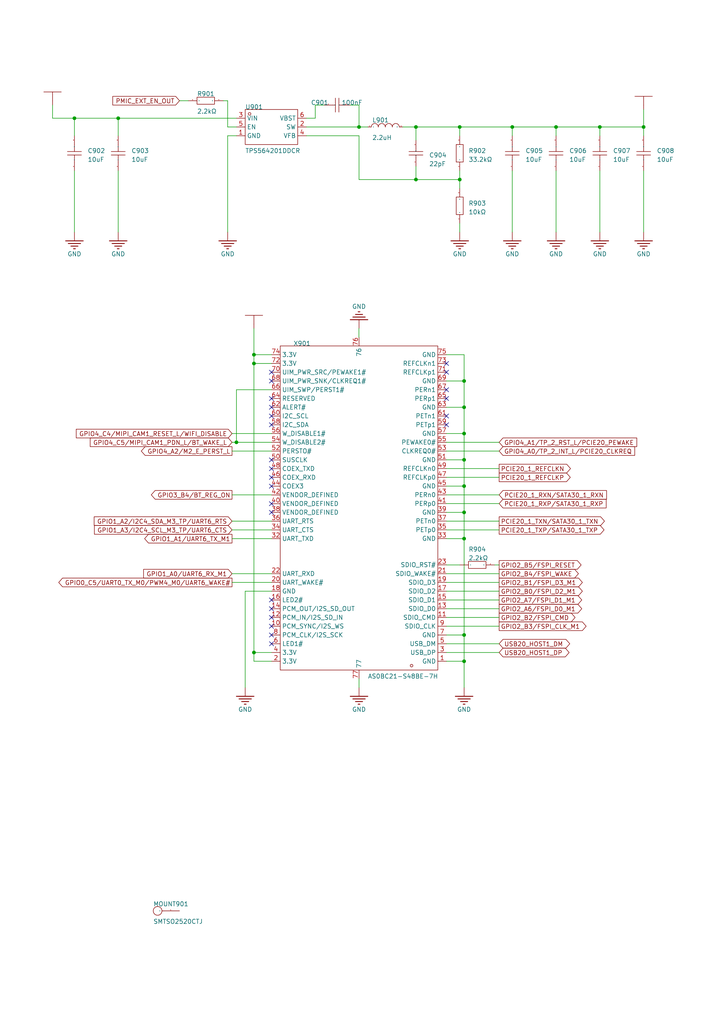
<source format=kicad_sch>
(kicad_sch (version 20250114) (generator "eeschema") (generator_version "9.0")
  (paper "A4" portrait)
  (lib_symbols
    (symbol "mainboard:0402B104K250NT"
      (property "Reference" "C" (at 0 0 0))
      (symbol "0402B104K250NT_1_0"
        (polyline (pts (xy -1.27 0) (xy -0.508 0)))
        (polyline (pts (xy -0.508 2.032) (xy -0.508 -2.032)))
        (polyline (pts (xy 0.508 2.032) (xy 0.508 -2.032)))
        (polyline (pts (xy 0.508 0) (xy 1.27 0)))
        (pin input line (at -3.81 0 0) (length 2.54) (name "1") (number "1"))
        (pin input line (at 3.81 0 180) (length 2.54) (name "2") (number "2"))
      )
    )
    (symbol "mainboard:0402CG220J500NT"
      (property "Reference" "C" (at 0 0 0))
      (symbol "0402CG220J500NT_1_0"
        (polyline (pts (xy -1.27 0) (xy -0.508 0)))
        (polyline (pts (xy -0.508 2.032) (xy -0.508 -2.032)))
        (polyline (pts (xy 0.508 2.032) (xy 0.508 -2.032)))
        (polyline (pts (xy 0.508 0) (xy 1.27 0)))
        (pin input line (at -3.81 0 0) (length 2.54) (name "1") (number "1"))
        (pin input line (at 3.81 0 180) (length 2.54) (name "2") (number "2"))
      )
    )
    (symbol "mainboard:0402WGF3322TCE"
      (property "Reference" "R" (at 0 0 0))
      (symbol "0402WGF3322TCE_1_0"
        (rectangle (start -2.54 -1.016) (end 2.54 1.016))
        (pin input line (at -5.08 0 0) (length 2.54) (name "1") (number "1"))
        (pin input line (at 5.08 0 180) (length 2.54) (name "2") (number "2"))
      )
    )
    (symbol "mainboard:AS0BC21-S48BE-7H"
      (symbol "AS0BC21-S48BE-7H_1_0"
        (rectangle (start -22.86 48.26) (end 22.86 -45.72))
        (circle (center 15.24 -44.45) (radius 0.381))
        (pin unspecified line (at -25.4 45.72 0) (length 2.54) (name "3.3V") (number "74"))
        (pin unspecified line (at -25.4 43.18 0) (length 2.54) (name "3.3V") (number "72"))
        (pin unspecified line (at -25.4 40.64 0) (length 2.54) (name "UIM_PWR_SRC/PEWAKE1#") (number "70"))
        (pin unspecified line (at -25.4 38.1 0) (length 2.54) (name "UIM_PWR_SNK/CLKREQ1#") (number "68"))
        (pin unspecified line (at -25.4 35.56 0) (length 2.54) (name "UIM_SWP/PERST1#") (number "66"))
        (pin unspecified line (at -25.4 33.02 0) (length 2.54) (name "RESERVED") (number "64"))
        (pin unspecified line (at -25.4 30.48 0) (length 2.54) (name "ALERT#") (number "62"))
        (pin unspecified line (at -25.4 27.94 0) (length 2.54) (name "I2C_SCL") (number "60"))
        (pin unspecified line (at -25.4 25.4 0) (length 2.54) (name "I2C_SDA") (number "58"))
        (pin unspecified line (at -25.4 22.86 0) (length 2.54) (name "W_DISABLE1#") (number "56"))
        (pin unspecified line (at -25.4 20.32 0) (length 2.54) (name "W_DISABLE2#") (number "54"))
        (pin unspecified line (at -25.4 17.78 0) (length 2.54) (name "PERSTO#") (number "52"))
        (pin unspecified line (at -25.4 15.2146 0) (length 2.54) (name "SUSCLK") (number "50"))
        (pin unspecified line (at -25.4 12.6746 0) (length 2.54) (name "COEX_TXD") (number "48"))
        (pin unspecified line (at -25.4 10.1346 0) (length 2.54) (name "COEX_RXD") (number "46"))
        (pin unspecified line (at -25.4 7.5946 0) (length 2.54) (name "COEX3") (number "44"))
        (pin unspecified line (at -25.4 5.0546 0) (length 2.54) (name "VENDOR_DEFINED") (number "42"))
        (pin unspecified line (at -25.4 2.5146 0) (length 2.54) (name "VENDOR_DEFINED") (number "40"))
        (pin unspecified line (at -25.4 0 0) (length 2.54) (name "VENDOR_DEFINED") (number "38"))
        (pin unspecified line (at -25.4 -2.54 0) (length 2.54) (name "UART_RTS") (number "36"))
        (pin unspecified line (at -25.4 -5.08 0) (length 2.54) (name "UART_CTS") (number "34"))
        (pin unspecified line (at -25.4 -7.62 0) (length 2.54) (name "UART_TXD") (number "32"))
        (pin unspecified line (at -25.4 -17.78 0) (length 2.54) (name "UART_RXD") (number "22"))
        (pin unspecified line (at -25.4 -20.32 0) (length 2.54) (name "UART_WAKE#") (number "20"))
        (pin unspecified line (at -25.4 -22.86 0) (length 2.54) (name "GND") (number "18"))
        (pin unspecified line (at -25.4 -25.4 0) (length 2.54) (name "LED2#") (number "16"))
        (pin unspecified line (at -25.4 -27.94 0) (length 2.54) (name "PCM_OUT/I2S_SD_OUT") (number "14"))
        (pin unspecified line (at -25.4 -30.48 0) (length 2.54) (name "PCM_IN/I2S_SD_IN") (number "12"))
        (pin unspecified line (at -25.4 -33.02 0) (length 2.54) (name "PCM_SYNC/I2S_WS") (number "10"))
        (pin unspecified line (at -25.4 -35.56 0) (length 2.54) (name "PCM_CLK/I2S_SCK") (number "8"))
        (pin unspecified line (at -25.3746 -38.1 0) (length 2.54) (name "LED1#") (number "6"))
        (pin unspecified line (at -25.3746 -40.64 0) (length 2.54) (name "3.3V") (number "4"))
        (pin unspecified line (at -25.3746 -43.18 0) (length 2.54) (name "3.3V") (number "2"))
        (pin unspecified line (at 0 50.8 270) (length 2.54) (name "76") (number "76"))
        (pin unspecified line (at 0 -48.26 90) (length 2.54) (name "77") (number "77"))
        (pin unspecified line (at 25.3746 45.72 180) (length 2.54) (name "GND") (number "75"))
        (pin unspecified line (at 25.3746 43.18 180) (length 2.54) (name "REFCLKn1") (number "73"))
        (pin unspecified line (at 25.3746 40.64 180) (length 2.54) (name "REFCLKp1") (number "71"))
        (pin unspecified line (at 25.3746 38.1 180) (length 2.54) (name "GND") (number "69"))
        (pin unspecified line (at 25.3746 35.56 180) (length 2.54) (name "PERn1") (number "67"))
        (pin unspecified line (at 25.3746 33.02 180) (length 2.54) (name "PERp1") (number "65"))
        (pin unspecified line (at 25.3746 30.48 180) (length 2.54) (name "GND") (number "63"))
        (pin unspecified line (at 25.3746 27.94 180) (length 2.54) (name "PETn1") (number "61"))
        (pin unspecified line (at 25.3746 25.4 180) (length 2.54) (name "PETp1") (number "59"))
        (pin unspecified line (at 25.3746 22.86 180) (length 2.54) (name "GND") (number "57"))
        (pin unspecified line (at 25.3746 20.32 180) (length 2.54) (name "PEWAKE0#") (number "55"))
        (pin unspecified line (at 25.3746 17.78 180) (length 2.54) (name "CLKREQ0#") (number "53"))
        (pin unspecified line (at 25.3746 15.24 180) (length 2.54) (name "GND") (number "51"))
        (pin unspecified line (at 25.3746 12.7 180) (length 2.54) (name "REFCLKn0") (number "49"))
        (pin unspecified line (at 25.3746 10.16 180) (length 2.54) (name "REFCLKp0") (number "47"))
        (pin unspecified line (at 25.3746 7.62 180) (length 2.54) (name "GND") (number "45"))
        (pin unspecified line (at 25.3746 5.08 180) (length 2.54) (name "PERn0") (number "43"))
        (pin unspecified line (at 25.3746 2.54 180) (length 2.54) (name "PERp0") (number "41"))
        (pin unspecified line (at 25.3746 0 180) (length 2.54) (name "GND") (number "39"))
        (pin unspecified line (at 25.3746 -2.5146 180) (length 2.54) (name "PETn0") (number "37"))
        (pin unspecified line (at 25.3746 -5.0546 180) (length 2.54) (name "PETp0") (number "35"))
        (pin unspecified line (at 25.3746 -7.5946 180) (length 2.54) (name "GND") (number "33"))
        (pin unspecified line (at 25.3746 -15.2146 180) (length 2.54) (name "SDIO_RST#") (number "23"))
        (pin unspecified line (at 25.3746 -17.78 180) (length 2.54) (name "SDIO_WAKE#") (number "21"))
        (pin unspecified line (at 25.3746 -20.32 180) (length 2.54) (name "SDIO_D3") (number "19"))
        (pin unspecified line (at 25.3746 -22.86 180) (length 2.54) (name "SDIO_D2") (number "17"))
        (pin unspecified line (at 25.3746 -25.4 180) (length 2.54) (name "SDIO_D1") (number "15"))
        (pin unspecified line (at 25.3746 -27.94 180) (length 2.54) (name "SDIO_D0") (number "13"))
        (pin unspecified line (at 25.3746 -30.48 180) (length 2.54) (name "SDIO_CMD") (number "11"))
        (pin unspecified line (at 25.3746 -33.02 180) (length 2.54) (name "SDIO_CLK") (number "9"))
        (pin unspecified line (at 25.3746 -35.56 180) (length 2.54) (name "GND") (number "7"))
        (pin unspecified line (at 25.4 -38.1 180) (length 2.54) (name "USB_DM") (number "5"))
        (pin unspecified line (at 25.4 -40.64 180) (length 2.54) (name "USB_DP") (number "3"))
        (pin unspecified line (at 25.4 -43.18 180) (length 2.54) (name "GND") (number "1"))
      )
    )
    (symbol "mainboard:CL10A106MA8NRNC"
      (property "Reference" "C" (at 0 0 0))
      (symbol "CL10A106MA8NRNC_1_0"
        (polyline (pts (xy -0.508 0) (xy -2.54 0)))
        (polyline (pts (xy -0.508 -2.032) (xy -0.508 2.032)))
        (polyline (pts (xy 0.508 2.032) (xy 0.508 -2.032)))
        (polyline (pts (xy 2.54 0) (xy 0.508 0)))
        (pin input line (at -5.08 0 0) (length 2.54) (name "1") (number "1"))
        (pin input line (at 5.08 0 180) (length 2.54) (name "2") (number "2"))
      )
    )
    (symbol "mainboard:FTC322512S2R2MBCD"
      (property "Reference" "L" (at 0 0 0))
      (symbol "FTC322512S2R2MBCD_1_0"
        (arc (start -4.064 0) (mid -3.0226 1.016) (end -2.032 0))
        (arc (start -2.032 0) (mid -0.9906 1.016) (end 0 0))
        (arc (start 0 0) (mid 1.016 1.016) (end 2.032 0))
        (arc (start 2.032 0) (mid 3.048 1.016) (end 4.064 0))
        (pin unspecified line (at -5.08 0 0) (length 1.016) (name "1") (number "1"))
        (pin unspecified line (at 5.08 0 180) (length 1.016) (name "2") (number "2"))
      )
    )
    (symbol "mainboard:Ground-GND" (power) (pin_numbers (hide yes)) (pin_names (hide yes))
      (property "Value" "GND" (at 0 -6.35 0))
      (symbol "Ground-GND_1_0"
        (polyline (pts (xy -2.54 -2.54) (xy 2.54 -2.54)) (stroke (width 0.254)))
        (polyline (pts (xy -1.778 -3.302) (xy 1.778 -3.302)) (stroke (width 0.254)))
        (polyline (pts (xy -1.016 -4.064) (xy 1.016 -4.064)) (stroke (width 0.254)))
        (polyline (pts (xy -0.254 -4.826) (xy 0.254 -4.826)) (stroke (width 0.254)))
        (pin power_in line (at 0 0 270) (length 2.54) (name "") (number "1"))
      )
    )
    (symbol "mainboard:Power-5V" (power) (pin_numbers (hide yes)) (pin_names (hide yes))
      (symbol "Power-5V_1_0"
        (polyline (pts (xy -2.54 3.81) (xy 2.54 3.81)))
        (polyline (pts (xy 0 3.81) (xy 0 1.27)))
        (pin power_in line (at 0 0 90) (length 1.27) (name "+3.3V_WIFI") (number "1"))
      )
    )
    (symbol "mainboard:RC0402FR-0710KL"
      (property "Reference" "R" (at 0 0 0))
      (symbol "RC0402FR-0710KL_1_0"
        (rectangle (start -2.54 -1.016) (end 2.54 1.016))
        (pin input line (at -5.08 0 0) (length 2.54) (name "1") (number "1"))
        (pin input line (at 5.08 0 180) (length 2.54) (name "2") (number "2"))
      )
    )
    (symbol "mainboard:RC0402FR-072K2L"
      (property "Reference" "R" (at 0 0 0))
      (symbol "RC0402FR-072K2L_1_0"
        (rectangle (start -2.54 -1.016) (end 2.54 1.016))
        (pin input line (at -5.08 0 0) (length 2.54) (name "1") (number "1"))
        (pin input line (at 5.08 0 180) (length 2.54) (name "2") (number "2"))
      )
    )
    (symbol "mainboard:SMTSO2520CTJ"
      (property "Reference" "U" (at 0 0 0))
      (symbol "SMTSO2520CTJ_1_0"
        (circle (center 0 0) (radius 1.27))
        (pin input line (at 6.35 0 180) (length 5.08) (name "1") (number "1"))
      )
    )
    (symbol "mainboard:TPS564201DDCR"
      (symbol "TPS564201DDCR_1_0"
        (rectangle (start -7.62 -5.08) (end 7.62 5.08))
        (circle (center -6.35 3.81) (radius 0.381))
        (pin unspecified line (at -10.16 2.54 0) (length 2.54) (name "VIN") (number "3"))
        (pin unspecified line (at -10.16 0 0) (length 2.54) (name "EN") (number "5"))
        (pin unspecified line (at -10.16 -2.54 0) (length 2.54) (name "GND") (number "1"))
        (pin unspecified line (at 10.16 2.54 180) (length 2.54) (name "VBST") (number "6"))
        (pin unspecified line (at 10.16 0 180) (length 2.54) (name "SW") (number "2"))
        (pin unspecified line (at 10.16 -2.54 180) (length 2.54) (name "VFB") (number "4"))
      )
    )
  )
  (junction (at 134.62 156.21))
  (junction (at 134.62 118.11))
  (junction (at 133.35 52.07))
  (junction (at 73.66 102.87))
  (junction (at 134.62 184.15))
  (junction (at 173.99 36.83))
  (junction (at 134.62 148.59))
  (junction (at 120.65 52.07))
  (junction (at 104.14 36.83))
  (junction (at 133.35 36.83))
  (junction (at 186.69 36.83))
  (junction (at 148.59 36.83))
  (junction (at 134.62 125.73))
  (junction (at 21.59 34.29))
  (junction (at 134.62 191.77))
  (junction (at 134.62 133.35))
  (junction (at 134.62 110.49))
  (junction (at 120.65 36.83))
  (junction (at 73.66 189.23))
  (junction (at 73.66 105.41))
  (junction (at 68.58 128.27))
  (junction (at 161.29 36.83))
  (junction (at 34.29 34.29))
  (junction (at 134.62 140.97))
  (no_connect (at 78.74 110.49))
  (no_connect (at 78.74 115.57))
  (no_connect (at 78.74 107.95))
  (no_connect (at 129.5146 120.65))
  (no_connect (at 78.74 176.53))
  (no_connect (at 78.74 140.9954))
  (no_connect (at 129.5146 115.57))
  (no_connect (at 78.74 146.0754))
  (no_connect (at 78.74 173.99))
  (no_connect (at 78.74 120.65))
  (no_connect (at 129.5146 113.03))
  (no_connect (at 78.74 138.4554))
  (no_connect (at 78.74 118.11))
  (no_connect (at 78.74 179.07))
  (no_connect (at 78.74 181.61))
  (no_connect (at 129.5146 107.95))
  (no_connect (at 78.74 148.59))
  (no_connect (at 78.74 135.9154))
  (no_connect (at 78.74 123.19))
  (no_connect (at 129.5146 105.41))
  (no_connect (at 78.74 184.15))
  (no_connect (at 78.7654 186.69))
  (no_connect (at 129.5146 123.19))
  (no_connect (at 78.74 133.3754))
  (wire (pts (xy 144.78 179.07) (xy 129.54 179.07)))
  (wire (pts (xy 148.59 36.83) (xy 133.35 36.83)))
  (wire (pts (xy 66.04 29.21) (xy 66.04 36.83)))
  (wire (pts (xy 144.78 173.99) (xy 129.54 173.99)))
  (wire (pts (xy 134.62 140.97) (xy 129.5146 140.97)))
  (wire (pts (xy 67.31 130.81) (xy 78.7146 130.81)))
  (wire (pts (xy 67.31 156.21) (xy 78.74 156.21)))
  (wire (pts (xy 104.14 196.85) (xy 104.14 199.39)))
  (wire (pts (xy 134.62 191.77) (xy 134.62 184.15)))
  (wire (pts (xy 144.78 176.53) (xy 129.54 176.53)))
  (wire (pts (xy 78.7146 128.27) (xy 68.58 128.27)))
  (wire (pts (xy 148.59 67.31) (xy 148.59 49.53)))
  (wire (pts (xy 73.66 189.23) (xy 73.66 191.77)))
  (wire (pts (xy 186.69 36.83) (xy 186.69 39.37)))
  (wire (pts (xy 134.62 125.73) (xy 134.62 118.11)))
  (wire (pts (xy 73.66 102.87) (xy 73.66 105.41)))
  (wire (pts (xy 67.31 151.13) (xy 78.74 151.13)))
  (wire (pts (xy 173.99 36.83) (xy 186.69 36.83)))
  (wire (pts (xy 78.7146 105.41) (xy 73.66 105.41)))
  (wire (pts (xy 67.31 153.67) (xy 78.74 153.67)))
  (wire (pts (xy 161.29 36.83) (xy 161.29 39.37)))
  (wire (pts (xy 67.31 125.73) (xy 78.74 125.73)))
  (wire (pts (xy 144.78 163.83) (xy 143.51 163.83)))
  (wire (pts (xy 68.58 128.27) (xy 68.58 113.03)))
  (wire (pts (xy 34.29 34.29) (xy 34.29 39.37)))
  (wire (pts (xy 67.31 168.91) (xy 78.74 168.91)))
  (wire (pts (xy 144.78 151.13) (xy 129.54 151.13)))
  (wire (pts (xy 148.59 36.83) (xy 148.59 39.37)))
  (wire (pts (xy 134.62 184.15) (xy 134.62 156.21)))
  (wire (pts (xy 133.35 36.83) (xy 133.35 39.37)))
  (wire (pts (xy 67.31 166.37) (xy 78.74 166.37)))
  (wire (pts (xy 21.59 34.29) (xy 15.24 34.29)))
  (wire (pts (xy 144.78 130.81) (xy 129.5146 130.81)))
  (wire (pts (xy 88.9 36.83) (xy 104.14 36.83)))
  (wire (pts (xy 144.78 171.45) (xy 129.54 171.45)))
  (wire (pts (xy 144.78 143.51) (xy 129.5146 143.51)))
  (wire (pts (xy 68.58 39.37) (xy 66.04 39.37)))
  (wire (pts (xy 120.65 52.07) (xy 104.14 52.07)))
  (wire (pts (xy 66.04 29.21) (xy 64.77 29.21)))
  (wire (pts (xy 144.78 166.37) (xy 129.54 166.37)))
  (wire (pts (xy 134.62 156.21) (xy 134.62 148.59)))
  (wire (pts (xy 67.31 143.51) (xy 78.7146 143.51)))
  (wire (pts (xy 91.44 34.29) (xy 88.9 34.29)))
  (wire (pts (xy 120.65 36.83) (xy 120.65 40.64)))
  (wire (pts (xy 144.78 186.69) (xy 129.54 186.69)))
  (wire (pts (xy 134.62 102.87) (xy 129.54 102.87)))
  (wire (pts (xy 21.59 34.29) (xy 21.59 39.37)))
  (wire (pts (xy 91.44 30.48) (xy 91.44 34.29)))
  (wire (pts (xy 134.62 148.59) (xy 134.62 140.97)))
  (wire (pts (xy 34.29 34.29) (xy 21.59 34.29)))
  (wire (pts (xy 133.35 52.07) (xy 133.35 49.53)))
  (wire (pts (xy 133.35 52.07) (xy 133.35 54.61)))
  (wire (pts (xy 34.29 67.31) (xy 34.29 49.53)))
  (wire (pts (xy 73.66 95.25) (xy 73.66 102.87)))
  (wire (pts (xy 161.29 67.31) (xy 161.29 49.53)))
  (wire (pts (xy 134.62 199.39) (xy 134.62 191.77)))
  (wire (pts (xy 161.29 36.83) (xy 148.59 36.83)))
  (wire (pts (xy 133.35 67.31) (xy 133.35 64.77)))
  (wire (pts (xy 144.78 135.89) (xy 129.5146 135.89)))
  (wire (pts (xy 134.62 140.97) (xy 134.62 133.35)))
  (wire (pts (xy 133.35 36.83) (xy 120.65 36.83)))
  (wire (pts (xy 78.7146 113.03) (xy 68.58 113.03)))
  (wire (pts (xy 21.59 67.31) (xy 21.59 49.53)))
  (wire (pts (xy 134.62 184.15) (xy 129.54 184.15)))
  (wire (pts (xy 134.62 133.35) (xy 129.5146 133.35)))
  (wire (pts (xy 144.78 189.23) (xy 129.54 189.23)))
  (wire (pts (xy 73.66 102.87) (xy 78.7146 102.87)))
  (wire (pts (xy 101.6 30.48) (xy 104.14 30.48)))
  (wire (pts (xy 78.74 189.23) (xy 73.66 189.23)))
  (wire (pts (xy 134.62 148.59) (xy 129.54 148.59)))
  (wire (pts (xy 134.62 118.11) (xy 129.5146 118.11)))
  (wire (pts (xy 73.66 105.41) (xy 73.66 189.23)))
  (wire (pts (xy 15.24 30.48) (xy 15.24 34.29)))
  (wire (pts (xy 52.07 29.21) (xy 54.61 29.21)))
  (wire (pts (xy 173.99 67.31) (xy 173.99 49.53)))
  (wire (pts (xy 134.62 133.35) (xy 134.62 125.73)))
  (wire (pts (xy 78.74 191.77) (xy 73.66 191.77)))
  (wire (pts (xy 67.31 128.27) (xy 68.58 128.27)))
  (wire (pts (xy 88.9 39.37) (xy 104.14 39.37)))
  (wire (pts (xy 120.65 52.07) (xy 133.35 52.07)))
  (wire (pts (xy 144.78 138.43) (xy 129.5146 138.43)))
  (wire (pts (xy 68.58 36.83) (xy 66.04 36.83)))
  (wire (pts (xy 186.69 67.31) (xy 186.69 49.53)))
  (wire (pts (xy 173.99 36.83) (xy 161.29 36.83)))
  (wire (pts (xy 104.14 36.83) (xy 106.68 36.83)))
  (wire (pts (xy 144.78 146.05) (xy 129.5146 146.05)))
  (wire (pts (xy 186.69 31.75) (xy 186.69 36.83)))
  (wire (pts (xy 129.54 163.83) (xy 133.35 163.83)))
  (wire (pts (xy 104.14 39.37) (xy 104.14 52.07)))
  (wire (pts (xy 134.62 156.21) (xy 129.54 156.21)))
  (wire (pts (xy 104.1146 95.25) (xy 104.1146 97.79)))
  (wire (pts (xy 34.29 34.29) (xy 68.58 34.29)))
  (wire (pts (xy 144.78 128.27) (xy 129.5146 128.27)))
  (wire (pts (xy 66.04 39.37) (xy 66.04 67.31)))
  (wire (pts (xy 104.14 30.48) (xy 104.14 36.83)))
  (wire (pts (xy 173.99 36.83) (xy 173.99 39.37)))
  (wire (pts (xy 120.65 36.83) (xy 116.84 36.83)))
  (wire (pts (xy 71.12 199.39) (xy 71.12 171.45)))
  (wire (pts (xy 71.12 171.45) (xy 78.74 171.45)))
  (wire (pts (xy 144.78 168.91) (xy 129.54 168.91)))
  (wire (pts (xy 144.78 181.61) (xy 129.54 181.61)))
  (wire (pts (xy 134.62 110.49) (xy 134.62 102.87)))
  (wire (pts (xy 144.78 153.67) (xy 129.54 153.67)))
  (wire (pts (xy 134.62 125.73) (xy 129.5146 125.73)))
  (wire (pts (xy 134.62 191.77) (xy 129.54 191.77)))
  (wire (pts (xy 134.62 110.49) (xy 129.5146 110.49)))
  (wire (pts (xy 134.62 118.11) (xy 134.62 110.49)))
  (wire (pts (xy 93.98 30.48) (xy 91.44 30.48)))
  (wire (pts (xy 120.65 52.07) (xy 120.65 48.26)))
  (global_label "GPIO1_A0/UART6_RX_M1" (shape input) (at 67.31 166.37 180) (property "Intersheetrefs" "${INTERSHEET_REFS}" (effects (hide yes))))
  (global_label "GPIO2_B2/FSPI_CMD" (shape output) (at 144.78 179.07 0) (property "Intersheetrefs" "${INTERSHEET_REFS}" (effects (hide yes))))
  (global_label "GPIO4_C5/MIPI_CAM1_PDN_L/BT_WAKE_L" (shape input) (at 67.31 128.27 180) (property "Intersheetrefs" "${INTERSHEET_REFS}" (effects (hide yes))))
  (global_label "GPIO4_C4/MIPI_CAM1_RESET_L/WIFI_DISABLE" (shape input) (at 67.31 125.73 180) (property "Intersheetrefs" "${INTERSHEET_REFS}" (effects (hide yes))))
  (global_label "PCIE20_1_TXN/SATA30_1_TXN" (shape output) (at 144.78 151.13 0) (property "Intersheetrefs" "${INTERSHEET_REFS}" (effects (hide yes))))
  (global_label "PCIE20_1_RXN/SATA30_1_RXN" (shape input) (at 144.78 143.51 0) (property "Intersheetrefs" "${INTERSHEET_REFS}" (effects (hide yes))))
  (global_label "PCIE20_1_RXP/SATA30_1_RXP" (shape input) (at 144.78 146.05 0) (property "Intersheetrefs" "${INTERSHEET_REFS}" (effects (hide yes))))
  (global_label "GPIO0_C5/UART0_TX_M0/PWM4_M0/UART6_WAKE#" (shape output) (at 67.31 168.91 180) (property "Intersheetrefs" "${INTERSHEET_REFS}" (effects (hide yes))))
  (global_label "GPIO4_A2/M2_E_PERST_L" (shape output) (at 67.31 130.81 180) (property "Intersheetrefs" "${INTERSHEET_REFS}" (effects (hide yes))))
  (global_label "GPIO2_B0/FSPI_D2_M1" (shape output) (at 144.78 171.45 0) (property "Intersheetrefs" "${INTERSHEET_REFS}" (effects (hide yes))))
  (global_label "PCIE20_1_REFCLKP" (shape output) (at 144.78 138.43 0) (property "Intersheetrefs" "${INTERSHEET_REFS}" (effects (hide yes))))
  (global_label "PMIC_EXT_EN_OUT" (shape input) (at 52.07 29.21 180) (property "Intersheetrefs" "${INTERSHEET_REFS}" (effects (hide yes))))
  (global_label "GPIO2_B4/FSPI_WAKE" (shape output) (at 144.78 166.37 0) (property "Intersheetrefs" "${INTERSHEET_REFS}" (effects (hide yes))))
  (global_label "PCIE20_1_REFCLKN" (shape output) (at 144.78 135.89 0) (property "Intersheetrefs" "${INTERSHEET_REFS}" (effects (hide yes))))
  (global_label "USB20_HOST1_DP" (shape bidirectional) (at 144.78 189.23 0) (property "Intersheetrefs" "${INTERSHEET_REFS}" (effects (hide yes))))
  (global_label "GPIO2_B5/FSPI_RESET" (shape output) (at 144.78 163.83 0) (property "Intersheetrefs" "${INTERSHEET_REFS}" (effects (hide yes))))
  (global_label "GPIO1_A2/I2C4_SDA_M3_TP/UART6_RTS" (shape input) (at 67.31 151.13 180) (property "Intersheetrefs" "${INTERSHEET_REFS}" (effects (hide yes))))
  (global_label "GPIO2_A7/FSPI_D1_M1" (shape output) (at 144.78 173.99 0) (property "Intersheetrefs" "${INTERSHEET_REFS}" (effects (hide yes))))
  (global_label "PCIE20_1_TXP/SATA30_1_TXP" (shape output) (at 144.78 153.67 0) (property "Intersheetrefs" "${INTERSHEET_REFS}" (effects (hide yes))))
  (global_label "GPIO3_B4/BT_REG_ON" (shape output) (at 67.31 143.51 180) (property "Intersheetrefs" "${INTERSHEET_REFS}" (effects (hide yes))))
  (global_label "USB20_HOST1_DM" (shape bidirectional) (at 144.78 186.69 0) (property "Intersheetrefs" "${INTERSHEET_REFS}" (effects (hide yes))))
  (global_label "GPIO4_A1/TP_2_RST_L/PCIE20_PEWAKE" (shape input) (at 144.78 128.27 0) (property "Intersheetrefs" "${INTERSHEET_REFS}" (effects (hide yes))))
  (global_label "GPIO1_A1/UART6_TX_M1" (shape output) (at 67.31 156.21 180) (property "Intersheetrefs" "${INTERSHEET_REFS}" (effects (hide yes))))
  (global_label "GPIO4_A0/TP_2_INT_L/PCIE20_CLKREQ" (shape input) (at 144.78 130.81 0) (property "Intersheetrefs" "${INTERSHEET_REFS}" (effects (hide yes))))
  (global_label "GPIO2_B3/FSPI_CLK_M1" (shape output) (at 144.78 181.61 0) (property "Intersheetrefs" "${INTERSHEET_REFS}" (effects (hide yes))))
  (global_label "GPIO2_B1/FSPI_D3_M1" (shape output) (at 144.78 168.91 0) (property "Intersheetrefs" "${INTERSHEET_REFS}" (effects (hide yes))))
  (global_label "GPIO1_A3/I2C4_SCL_M3_TP/UART6_CTS" (shape input) (at 67.31 153.67 180) (property "Intersheetrefs" "${INTERSHEET_REFS}" (effects (hide yes))))
  (global_label "GPIO2_A6/FSPI_D0_M1" (shape output) (at 144.78 176.53 0) (property "Intersheetrefs" "${INTERSHEET_REFS}" (effects (hide yes))))
  (symbol (lib_id "mainboard:CL10A106MA8NRNC") (at 148.59 44.45 90) (unit 1)
    (property "Reference" "C905" (at 152.4 44.45 90) (effects (justify right top)))
    (property "Value" "10uF" (at 152.4 46.99 90) (effects (justify right top)))
    (property "Footprint" "mainboard:C0603" (effects (hide yes)))
    (property "Datasheet" "https://atta.szlcsc.com/upload/public/pdf/source/20160218/1457707763339.pdf" (effects (hide yes)))
    (property "Description" "Capacitance: Tolerance:±20% Tolerance:±20% Voltage Rated: Temperature Coefficient:" (effects (hide yes)))
    (property "Manufacturer Part" "CL10A106MA8NRNC" (effects (hide yes)))
    (property "Manufacturer" "SAMSUNG(三星)" (effects (hide yes)))
    (property "Supplier Part" "C96446" (effects (hide yes)))
    (property "Supplier" "LCSC" (effects (hide yes)))
    (property "LCSC Part Name" "10uF ±20% 25V" (effects (hide yes)))
  )
  (symbol (lib_id "mainboard:CL10A106MA8NRNC") (at 186.69 44.45 90) (unit 1)
    (property "Reference" "C908" (at 190.5 44.45 90) (effects (justify right top)))
    (property "Value" "10uF" (at 190.5 46.99 90) (effects (justify right top)))
    (property "Footprint" "mainboard:C0603" (effects (hide yes)))
    (property "Datasheet" "https://atta.szlcsc.com/upload/public/pdf/source/20160218/1457707763339.pdf" (effects (hide yes)))
    (property "Description" "Capacitance: Tolerance:±20% Tolerance:±20% Voltage Rated: Temperature Coefficient:" (effects (hide yes)))
    (property "Manufacturer Part" "CL10A106MA8NRNC" (effects (hide yes)))
    (property "Manufacturer" "SAMSUNG(三星)" (effects (hide yes)))
    (property "Supplier Part" "C96446" (effects (hide yes)))
    (property "Supplier" "LCSC" (effects (hide yes)))
    (property "LCSC Part Name" "10uF ±20% 25V" (effects (hide yes)))
  )
  (symbol (lib_id "mainboard:Ground-GND") (at 104.14 199.39 0) (unit 1)
    (property "Reference" "#PWR0914" (effects (hide yes)))
    (property "Value" "GND" (at 104.14 205.74 0))
    (property "Footprint" "mainboard:" (effects (hide yes)))
  )
  (symbol (lib_id "mainboard:TPS564201DDCR") (at 78.74 36.83 0) (unit 1)
    (property "Reference" "U901" (at 71.12 31.75 0) (effects (justify left bottom)))
    (property "Value" "TPS564201DDCR" (at 71.12 44.45 0) (effects (justify left bottom)))
    (property "Footprint" "mainboard:SOT-23-6_L2.9-W1.6-P0.95-LS2.8-BL" (effects (hide yes)))
    (property "Datasheet" "https://www.ti.com/cn/lit/gpn/tps564201" (effects (hide yes)))
    (property "Description" "Function:Step-down type Output Type:Adjustable Input Voltage:4.5V~17V Input Voltage:4.5V~17V Output Voltage:760mV~7V Output Voltage:760mV~7V Output Current:4A Switching Frequency:560kHz Switching Frequency:560kHz Operating Temperature:-40°C~+125°C Operating" (effects (hide yes)))
    (property "Manufacturer Part" "TPS564201DDCR" (effects (hide yes)))
    (property "Manufacturer" "TI(德州仪器)" (effects (hide yes)))
    (property "Supplier Part" "C464812" (effects (hide yes)))
    (property "Supplier" "LCSC" (effects (hide yes)))
    (property "LCSC Part Name" "4.5V至17V输入，4A同步降压电压调节器" (effects (hide yes)))
  )
  (symbol (lib_id "mainboard:RC0402FR-072K2L") (at 138.43 163.83 0) (unit 1)
    (property "Reference" "R904" (at 135.89 160.02 0) (effects (justify left bottom)))
    (property "Value" "2.2kΩ" (at 135.89 162.56 0) (effects (justify left bottom)))
    (property "Footprint" "mainboard:R0402" (effects (hide yes)))
    (property "Datasheet" "https://atta.szlcsc.com/upload/public/pdf/source/20180821/C275644_0D56F95EFF785E7D9A1FEF436B37DA78.pdf" (effects (hide yes)))
    (property "Description" "Type:Thick Film Resistors Resistance: Tolerance:±1% Tolerance:±1% Power(Watts): Overload Voltage (Max): Temperature Coefficient:±100ppm/°C Temperature Coefficient:±100ppm/°C Operating Temperature Range:-55°C~+155°C Operating Temperature Range:-55°C~+155°C" (effects (hide yes)))
    (property "Manufacturer Part" "RC0402FR-072K2L" (effects (hide yes)))
    (property "Manufacturer" "YAGEO(国巨)" (effects (hide yes)))
    (property "Supplier Part" "C114762" (effects (hide yes)))
    (property "Supplier" "LCSC" (effects (hide yes)))
    (property "LCSC Part Name" "厚膜电阻 2.2kΩ ±1% 62.5mW" (effects (hide yes)))
  )
  (symbol (lib_id "mainboard:RC0402FR-072K2L") (at 59.69 29.21 0) (unit 1)
    (property "Reference" "R901" (at 57.15 27.94 0) (effects (justify left bottom)))
    (property "Value" "2.2kΩ" (at 57.15 33.02 0) (effects (justify left bottom)))
    (property "Footprint" "mainboard:R0402" (effects (hide yes)))
    (property "Datasheet" "https://atta.szlcsc.com/upload/public/pdf/source/20180821/C275644_0D56F95EFF785E7D9A1FEF436B37DA78.pdf" (effects (hide yes)))
    (property "Description" "Type:Thick Film Resistors Resistance: Tolerance:±1% Tolerance:±1% Power(Watts): Overload Voltage (Max): Temperature Coefficient:±100ppm/°C Temperature Coefficient:±100ppm/°C Operating Temperature Range:-55°C~+155°C Operating Temperature Range:-55°C~+155°C" (effects (hide yes)))
    (property "Manufacturer Part" "RC0402FR-072K2L" (effects (hide yes)))
    (property "Manufacturer" "YAGEO(国巨)" (effects (hide yes)))
    (property "Supplier Part" "C114762" (effects (hide yes)))
    (property "Supplier" "LCSC" (effects (hide yes)))
    (property "LCSC Part Name" "厚膜电阻 2.2kΩ ±1% 62.5mW" (effects (hide yes)))
  )
  (symbol (lib_id "mainboard:RC0402FR-0710KL") (at 133.35 59.69 90) (unit 1)
    (property "Reference" "R903" (at 135.89 59.69 90) (effects (justify right top)))
    (property "Value" "10kΩ" (at 135.89 62.23 90) (effects (justify right top)))
    (property "Footprint" "mainboard:R0402" (effects (hide yes)))
    (property "Datasheet" "https://atta.szlcsc.com/upload/public/pdf/source/20170925/C131467_1506321478108990263.pdf" (effects (hide yes)))
    (property "Description" "Type:Thick Film Resistors Resistance: Tolerance:±1% Tolerance:±1% Power(Watts): Overload Voltage (Max): Temperature Coefficient:±100ppm/°C Temperature Coefficient:±100ppm/°C Operating Temperature Range:-55°C~+155°C Operating Temperature Range:-55°C~+155°C" (effects (hide yes)))
    (property "Manufacturer Part" "RC0402FR-0710KL" (effects (hide yes)))
    (property "Manufacturer" "YAGEO(国巨)" (effects (hide yes)))
    (property "Supplier Part" "C60490" (effects (hide yes)))
    (property "Supplier" "LCSC" (effects (hide yes)))
    (property "LCSC Part Name" "厚膜电阻 10kΩ ±1% 62.5mW" (effects (hide yes)))
  )
  (symbol (lib_id "mainboard:Ground-GND") (at 161.29 67.31 0) (unit 1)
    (property "Reference" "#PWR0908" (effects (hide yes)))
    (property "Value" "GND" (at 161.29 73.66 0))
    (property "Footprint" "mainboard:" (effects (hide yes)))
  )
  (symbol (lib_id "mainboard:0402CG220J500NT") (at 120.65 44.45 90) (unit 1)
    (property "Reference" "C904" (at 124.46 45.72 90) (effects (justify right top)))
    (property "Value" "22pF" (at 124.46 48.26 90) (effects (justify right top)))
    (property "Footprint" "mainboard:C0402" (effects (hide yes)))
    (property "Datasheet" "https://atta.szlcsc.com/upload/public/pdf/source/20200305/C486355_26A10D38EF8C2A5C37091D0039909270.pdf" (effects (hide yes)))
    (property "Description" "Capacitance: Tolerance:±5% Tolerance:±5% Voltage Rated: Temperature Coefficient:" (effects (hide yes)))
    (property "Manufacturer Part" "0402CG220J500NT" (effects (hide yes)))
    (property "Manufacturer" "FH(风华)" (effects (hide yes)))
    (property "Supplier Part" "C1555" (effects (hide yes)))
    (property "Supplier" "LCSC" (effects (hide yes)))
    (property "LCSC Part Name" "22pF ±5% 50V" (effects (hide yes)))
  )
  (symbol (lib_id "mainboard:0402B104K250NT") (at 97.79 30.48 0) (unit 1)
    (property "Reference" "C901" (at 90.17 30.48 0) (effects (justify left bottom)))
    (property "Value" "100nF" (at 99.06 30.48 0) (effects (justify left bottom)))
    (property "Footprint" "mainboard:C0402" (effects (hide yes)))
    (property "Datasheet" "https://atta.szlcsc.com/upload/public/pdf/source/20200305/C486355_26A10D38EF8C2A5C37091D0039909270.pdf" (effects (hide yes)))
    (property "Description" "Capacitance:100nF Tolerance:±10% Tolerance:±10% Voltage Rated: Temperature Coefficient:" (effects (hide yes)))
    (property "Manufacturer Part" "0402B104K250NT" (effects (hide yes)))
    (property "Manufacturer" "FH(风华)" (effects (hide yes)))
    (property "Supplier Part" "C56392" (effects (hide yes)))
    (property "Supplier" "LCSC" (effects (hide yes)))
    (property "LCSC Part Name" "100nF ±10% 25V" (effects (hide yes)))
  )
  (symbol (lib_id "mainboard:Power-5V") (at 73.66 95.25 0) (unit 1)
    (property "Reference" "#PWR0911" (effects (hide yes)))
    (property "Value" "+3.3V_WIFI" (effects (hide yes)))
    (property "Footprint" "mainboard:" (effects (hide yes)))
    (property "Description" "Power-5V" (effects (hide yes)))
  )
  (symbol (lib_id "mainboard:CL10A106MA8NRNC") (at 34.29 44.45 90) (unit 1)
    (property "Reference" "C903" (at 38.1 44.45 90) (effects (justify right top)))
    (property "Value" "10uF" (at 38.1 46.99 90) (effects (justify right top)))
    (property "Footprint" "mainboard:C0603" (effects (hide yes)))
    (property "Datasheet" "https://atta.szlcsc.com/upload/public/pdf/source/20160218/1457707763339.pdf" (effects (hide yes)))
    (property "Description" "Capacitance: Tolerance:±20% Tolerance:±20% Voltage Rated: Temperature Coefficient:" (effects (hide yes)))
    (property "Manufacturer Part" "CL10A106MA8NRNC" (effects (hide yes)))
    (property "Manufacturer" "SAMSUNG(三星)" (effects (hide yes)))
    (property "Supplier Part" "C96446" (effects (hide yes)))
    (property "Supplier" "LCSC" (effects (hide yes)))
    (property "LCSC Part Name" "10uF ±20% 25V" (effects (hide yes)))
  )
  (symbol (lib_id "mainboard:CL10A106MA8NRNC") (at 21.59 44.45 90) (unit 1)
    (property "Reference" "C902" (at 25.4 44.45 90) (effects (justify right top)))
    (property "Value" "10uF" (at 25.4 46.99 90) (effects (justify right top)))
    (property "Footprint" "mainboard:C0603" (effects (hide yes)))
    (property "Datasheet" "https://atta.szlcsc.com/upload/public/pdf/source/20160218/1457707763339.pdf" (effects (hide yes)))
    (property "Description" "Capacitance: Tolerance:±20% Tolerance:±20% Voltage Rated: Temperature Coefficient:" (effects (hide yes)))
    (property "Manufacturer Part" "CL10A106MA8NRNC" (effects (hide yes)))
    (property "Manufacturer" "SAMSUNG(三星)" (effects (hide yes)))
    (property "Supplier Part" "C96446" (effects (hide yes)))
    (property "Supplier" "LCSC" (effects (hide yes)))
    (property "LCSC Part Name" "10uF ±20% 25V" (effects (hide yes)))
  )
  (symbol (lib_id "mainboard:AS0BC21-S48BE-7H") (at 104.14 148.59 0) (unit 1)
    (property "Reference" "X901" (at 85.09 100.33 0) (effects (justify left bottom)))
    (property "Value" "AS0BC21-S48BE-7H" (at 106.68 196.85 0) (effects (justify left bottom)))
    (property "Footprint" "mainboard:CONN-SMD_AS0BC21-S48BE-7H" (effects (hide yes)))
    (property "Datasheet" "https://atta.szlcsc.com/upload/public/pdf/source/20210401/C2761457_01DCCE5A607924AFB2092EC3235A2DFB.pdf" (effects (hide yes)))
    (property "Manufacturer Part" "AS0BC21-S48BE-7H" (effects (hide yes)))
    (property "Manufacturer" "FOXCONN(富士康)" (effects (hide yes)))
    (property "Supplier Part" "C2761457" (effects (hide yes)))
    (property "Supplier" "LCSC" (effects (hide yes)))
    (property "LCSC Part Name" "AS0BC21-S48BE-7H" (effects (hide yes)))
  )
  (symbol (lib_id "mainboard:Ground-GND") (at 66.04 67.31 0) (unit 1)
    (property "Reference" "#PWR0905" (effects (hide yes)))
    (property "Value" "GND" (at 66.04 73.66 0))
    (property "Footprint" "mainboard:" (effects (hide yes)))
  )
  (symbol (lib_id "mainboard:Ground-GND") (at 148.59 67.31 0) (unit 1)
    (property "Reference" "#PWR0907" (effects (hide yes)))
    (property "Value" "GND" (at 148.59 73.66 0))
    (property "Footprint" "mainboard:" (effects (hide yes)))
  )
  (symbol (lib_id "mainboard:Ground-GND") (at 71.12 199.39 0) (unit 1)
    (property "Reference" "#PWR0913" (effects (hide yes)))
    (property "Value" "GND" (at 71.12 205.74 0))
    (property "Footprint" "mainboard:" (effects (hide yes)))
  )
  (symbol (lib_id "mainboard:Ground-GND") (at 186.69 67.31 0) (unit 1)
    (property "Reference" "#PWR0910" (effects (hide yes)))
    (property "Value" "GND" (at 186.69 73.66 0))
    (property "Footprint" "mainboard:" (effects (hide yes)))
  )
  (symbol (lib_id "mainboard:Ground-GND") (at 21.59 67.31 0) (unit 1)
    (property "Reference" "#PWR0903" (effects (hide yes)))
    (property "Value" "GND" (at 21.59 73.66 0))
    (property "Footprint" "mainboard:" (effects (hide yes)))
  )
  (symbol (lib_id "mainboard:0402WGF3322TCE") (at 133.35 44.45 90) (unit 1)
    (property "Reference" "R902" (at 135.89 44.45 90) (effects (justify right top)))
    (property "Value" "33.2kΩ" (at 135.89 46.99 90) (effects (justify right top)))
    (property "Footprint" "mainboard:R0402" (effects (hide yes)))
    (property "Datasheet" "https://atta.szlcsc.com/upload/public/pdf/source/20200306/C422600_1E6D84923E4A46A82E41ADD87F860B5C.pdf" (effects (hide yes)))
    (property "Description" "Type:Thick Film Resistors Resistance:33.2kΩ Tolerance:±1% Tolerance:±1% Power(Watts): Overload Voltage (Max): Temperature Coefficient:±100ppm/°C Temperature Coefficient:±100ppm/°C Operating Temperature Range:-55°C~+155°C Operating Temperature Range:-55°C~+155°C" (effects (hide yes)))
    (property "Manufacturer Part" "0402WGF3322TCE" (effects (hide yes)))
    (property "Manufacturer" "UNI-ROYAL(厚声)" (effects (hide yes)))
    (property "Supplier Part" "C122548" (effects (hide yes)))
    (property "Supplier" "LCSC" (effects (hide yes)))
    (property "LCSC Part Name" "33.2kΩ ±1% 62.5mW 厚膜电阻" (effects (hide yes)))
  )
  (symbol (lib_id "mainboard:Ground-GND") (at 173.99 67.31 0) (unit 1)
    (property "Reference" "#PWR0909" (effects (hide yes)))
    (property "Value" "GND" (at 173.99 73.66 0))
    (property "Footprint" "mainboard:" (effects (hide yes)))
  )
  (symbol (lib_id "mainboard:Power-5V") (at 15.24 30.48 0) (unit 1)
    (property "Reference" "#PWR0901" (effects (hide yes)))
    (property "Value" "+12V" (effects (hide yes)))
    (property "Footprint" "mainboard:" (effects (hide yes)))
    (property "Description" "Power-5V" (effects (hide yes)))
  )
  (symbol (lib_id "mainboard:CL10A106MA8NRNC") (at 173.99 44.45 90) (unit 1)
    (property "Reference" "C907" (at 177.8 44.45 90) (effects (justify right top)))
    (property "Value" "10uF" (at 177.8 46.99 90) (effects (justify right top)))
    (property "Footprint" "mainboard:C0603" (effects (hide yes)))
    (property "Datasheet" "https://atta.szlcsc.com/upload/public/pdf/source/20160218/1457707763339.pdf" (effects (hide yes)))
    (property "Description" "Capacitance: Tolerance:±20% Tolerance:±20% Voltage Rated: Temperature Coefficient:" (effects (hide yes)))
    (property "Manufacturer Part" "CL10A106MA8NRNC" (effects (hide yes)))
    (property "Manufacturer" "SAMSUNG(三星)" (effects (hide yes)))
    (property "Supplier Part" "C96446" (effects (hide yes)))
    (property "Supplier" "LCSC" (effects (hide yes)))
    (property "LCSC Part Name" "10uF ±20% 25V" (effects (hide yes)))
  )
  (symbol (lib_id "mainboard:Ground-GND") (at 133.35 67.31 0) (unit 1)
    (property "Reference" "#PWR0906" (effects (hide yes)))
    (property "Value" "GND" (at 133.35 73.66 0))
    (property "Footprint" "mainboard:" (effects (hide yes)))
  )
  (symbol (lib_id "mainboard:Ground-GND") (at 134.62 199.39 0) (unit 1)
    (property "Reference" "#PWR0915" (effects (hide yes)))
    (property "Value" "GND" (at 134.62 205.74 0))
    (property "Footprint" "mainboard:" (effects (hide yes)))
  )
  (symbol (lib_id "mainboard:Ground-GND") (at 104.14 95.25 180) (unit 1)
    (property "Reference" "#PWR0912" (effects (hide yes)))
    (property "Value" "GND" (at 104.14 88.9 0))
    (property "Footprint" "mainboard:" (effects (hide yes)))
  )
  (symbol (lib_id "mainboard:Ground-GND") (at 34.29 67.31 0) (unit 1)
    (property "Reference" "#PWR0904" (effects (hide yes)))
    (property "Value" "GND" (at 34.29 73.66 0))
    (property "Footprint" "mainboard:" (effects (hide yes)))
  )
  (symbol (lib_id "mainboard:CL10A106MA8NRNC") (at 161.29 44.45 90) (unit 1)
    (property "Reference" "C906" (at 165.1 44.45 90) (effects (justify right top)))
    (property "Value" "10uF" (at 165.1 46.99 90) (effects (justify right top)))
    (property "Footprint" "mainboard:C0603" (effects (hide yes)))
    (property "Datasheet" "https://atta.szlcsc.com/upload/public/pdf/source/20160218/1457707763339.pdf" (effects (hide yes)))
    (property "Description" "Capacitance: Tolerance:±20% Tolerance:±20% Voltage Rated: Temperature Coefficient:" (effects (hide yes)))
    (property "Manufacturer Part" "CL10A106MA8NRNC" (effects (hide yes)))
    (property "Manufacturer" "SAMSUNG(三星)" (effects (hide yes)))
    (property "Supplier Part" "C96446" (effects (hide yes)))
    (property "Supplier" "LCSC" (effects (hide yes)))
    (property "LCSC Part Name" "10uF ±20% 25V" (effects (hide yes)))
  )
  (symbol (lib_id "mainboard:SMTSO2520CTJ") (at 45.72 264.16 0) (unit 1)
    (property "Reference" "MOUNT901" (at 44.45 262.89 0) (effects (justify left bottom)))
    (property "Value" "SMTSO2520CTJ" (at 44.45 267.97 0) (effects (justify left bottom)))
    (property "Footprint" "mainboard:SMD_BD5.6-L5.6-W5.6-D4.1" (effects (hide yes)))
    (property "Datasheet" "https://atta.szlcsc.com/upload/public/pdf/source/20211122/17CF5E24EB4D4DC090A80DE3D7DE5E21.pdf" (effects (hide yes)))
    (property "Description" "specifications:M2.5X2 surface treatment:镀锡 Product Description:- material quality:- model:SMTSO2520CTJ brand:Sinhoo(雄和远景)" (effects (hide yes)))
    (property "Manufacturer Part" "SMTSO2520CTJ" (effects (hide yes)))
    (property "Manufacturer" "Sinhoo(雄和远景)" (effects (hide yes)))
    (property "Supplier Part" "C2915630" (effects (hide yes)))
    (property "Supplier" "LCSC" (effects (hide yes)))
    (property "LCSC Part Name" "雄和远景，电路板表贴圆螺母柱，M2.5X2，铜镀锡,1个" (effects (hide yes)))
  )
  (symbol (lib_id "mainboard:Power-5V") (at 186.69 31.75 0) (unit 1)
    (property "Reference" "#PWR0902" (effects (hide yes)))
    (property "Value" "+3.3V_WIFI" (effects (hide yes)))
    (property "Footprint" "mainboard:" (effects (hide yes)))
    (property "Description" "Power-5V" (effects (hide yes)))
  )
  (symbol (lib_id "mainboard:FTC322512S2R2MBCD") (at 111.76 36.83 0) (unit 1)
    (property "Reference" "L901" (at 107.95 35.56 0) (effects (justify left bottom)))
    (property "Value" "2.2uH" (at 107.95 40.64 0) (effects (justify left bottom)))
    (property "Footprint" "mainboard:IND-SMD_L3.2-W2.5-LQH32CN1R0M53L" (effects (hide yes)))
    (property "Datasheet" "https://atta.szlcsc.com/upload/public/pdf/source/20240521/301CE7579003F51A221BB92B219EDA58.pdf" (effects (hide yes)))
    (property "Description" "Inductance: Tolerance:±20% Tolerance:±20% Rated Current: Saturation Current (Isat):5A DC Resistance (DCR): Type:一体成型电感" (effects (hide yes)))
    (property "Manufacturer Part" "FTC322512S2R2MBCD" (effects (hide yes)))
    (property "Manufacturer" "cjiang(长江微电)" (effects (hide yes)))
    (property "Supplier Part" "C22400409" (effects (hide yes)))
    (property "Supplier" "LCSC" (effects (hide yes)))
    (property "LCSC Part Name" "2.2uH ±20% 5A" (effects (hide yes)))
  )
)
</source>
